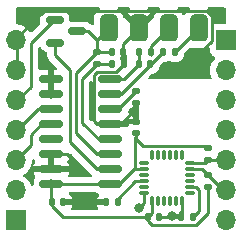
<source format=gbr>
%TF.GenerationSoftware,KiCad,Pcbnew,7.0.9*%
%TF.CreationDate,2023-12-20T22:05:47+01:00*%
%TF.ProjectId,powermeter,706f7765-726d-4657-9465-722e6b696361,rev?*%
%TF.SameCoordinates,Original*%
%TF.FileFunction,Copper,L1,Top*%
%TF.FilePolarity,Positive*%
%FSLAX46Y46*%
G04 Gerber Fmt 4.6, Leading zero omitted, Abs format (unit mm)*
G04 Created by KiCad (PCBNEW 7.0.9) date 2023-12-20 22:05:47*
%MOMM*%
%LPD*%
G01*
G04 APERTURE LIST*
G04 Aperture macros list*
%AMRoundRect*
0 Rectangle with rounded corners*
0 $1 Rounding radius*
0 $2 $3 $4 $5 $6 $7 $8 $9 X,Y pos of 4 corners*
0 Add a 4 corners polygon primitive as box body*
4,1,4,$2,$3,$4,$5,$6,$7,$8,$9,$2,$3,0*
0 Add four circle primitives for the rounded corners*
1,1,$1+$1,$2,$3*
1,1,$1+$1,$4,$5*
1,1,$1+$1,$6,$7*
1,1,$1+$1,$8,$9*
0 Add four rect primitives between the rounded corners*
20,1,$1+$1,$2,$3,$4,$5,0*
20,1,$1+$1,$4,$5,$6,$7,0*
20,1,$1+$1,$6,$7,$8,$9,0*
20,1,$1+$1,$8,$9,$2,$3,0*%
G04 Aperture macros list end*
%TA.AperFunction,SMDPad,CuDef*%
%ADD10RoundRect,0.135000X-0.135000X-0.185000X0.135000X-0.185000X0.135000X0.185000X-0.135000X0.185000X0*%
%TD*%
%TA.AperFunction,SMDPad,CuDef*%
%ADD11RoundRect,0.140000X0.170000X-0.140000X0.170000X0.140000X-0.170000X0.140000X-0.170000X-0.140000X0*%
%TD*%
%TA.AperFunction,SMDPad,CuDef*%
%ADD12RoundRect,0.135000X-0.185000X0.135000X-0.185000X-0.135000X0.185000X-0.135000X0.185000X0.135000X0*%
%TD*%
%TA.AperFunction,SMDPad,CuDef*%
%ADD13RoundRect,0.140000X-0.140000X-0.170000X0.140000X-0.170000X0.140000X0.170000X-0.140000X0.170000X0*%
%TD*%
%TA.AperFunction,SMDPad,CuDef*%
%ADD14RoundRect,0.140000X0.140000X0.170000X-0.140000X0.170000X-0.140000X-0.170000X0.140000X-0.170000X0*%
%TD*%
%TA.AperFunction,SMDPad,CuDef*%
%ADD15RoundRect,0.150000X-0.587500X-0.150000X0.587500X-0.150000X0.587500X0.150000X-0.587500X0.150000X0*%
%TD*%
%TA.AperFunction,ComponentPad*%
%ADD16R,1.700000X1.700000*%
%TD*%
%TA.AperFunction,ComponentPad*%
%ADD17O,1.700000X1.700000*%
%TD*%
%TA.AperFunction,SMDPad,CuDef*%
%ADD18RoundRect,0.381000X0.381000X-0.762000X0.381000X0.762000X-0.381000X0.762000X-0.381000X-0.762000X0*%
%TD*%
%TA.AperFunction,SMDPad,CuDef*%
%ADD19RoundRect,0.140000X-0.170000X0.140000X-0.170000X-0.140000X0.170000X-0.140000X0.170000X0.140000X0*%
%TD*%
%TA.AperFunction,SMDPad,CuDef*%
%ADD20RoundRect,0.135000X0.185000X-0.135000X0.185000X0.135000X-0.185000X0.135000X-0.185000X-0.135000X0*%
%TD*%
%TA.AperFunction,SMDPad,CuDef*%
%ADD21RoundRect,0.150000X0.850000X0.150000X-0.850000X0.150000X-0.850000X-0.150000X0.850000X-0.150000X0*%
%TD*%
%TA.AperFunction,SMDPad,CuDef*%
%ADD22RoundRect,0.075000X-0.075000X0.350000X-0.075000X-0.350000X0.075000X-0.350000X0.075000X0.350000X0*%
%TD*%
%TA.AperFunction,SMDPad,CuDef*%
%ADD23RoundRect,0.075000X-0.350000X-0.075000X0.350000X-0.075000X0.350000X0.075000X-0.350000X0.075000X0*%
%TD*%
%TA.AperFunction,ViaPad*%
%ADD24C,0.800000*%
%TD*%
%TA.AperFunction,Conductor*%
%ADD25C,0.250000*%
%TD*%
G04 APERTURE END LIST*
D10*
%TO.P,R6,1*%
%TO.N,Net-(U2-INA-)*%
X64262000Y-44704000D03*
%TO.P,R6,2*%
%TO.N,Net-(J1-Pin_4)*%
X65282000Y-44704000D03*
%TD*%
D11*
%TO.P,C7,1*%
%TO.N,+3.3V*%
X61976000Y-51521000D03*
%TO.P,C7,2*%
%TO.N,GND*%
X61976000Y-50561000D03*
%TD*%
D12*
%TO.P,R2,1*%
%TO.N,Net-(J1-Pin_1)*%
X58674000Y-44704000D03*
%TO.P,R2,2*%
%TO.N,Net-(U2-VFB)*%
X58674000Y-45724000D03*
%TD*%
D10*
%TO.P,R3,1*%
%TO.N,Net-(U2-VFB)*%
X59942000Y-45720000D03*
%TO.P,R3,2*%
%TO.N,GND*%
X60962000Y-45720000D03*
%TD*%
D13*
%TO.P,C8,1*%
%TO.N,+3.3V*%
X63020000Y-58674000D03*
%TO.P,C8,2*%
%TO.N,GND*%
X63980000Y-58674000D03*
%TD*%
D14*
%TO.P,C5,1*%
%TO.N,Net-(U3-CPOUT)*%
X66802000Y-58646000D03*
%TO.P,C5,2*%
%TO.N,GND*%
X65842000Y-58646000D03*
%TD*%
D15*
%TO.P,Q1,1,E*%
%TO.N,+3.3V*%
X55118000Y-41976000D03*
%TO.P,Q1,2,B*%
%TO.N,Net-(Q1-B)*%
X55118000Y-43876000D03*
%TO.P,Q1,3,C*%
%TO.N,Net-(J1-Pin_1)*%
X56993000Y-42926000D03*
%TD*%
D13*
%TO.P,C4,1*%
%TO.N,Net-(J1-Pin_1)*%
X59944000Y-44704000D03*
%TO.P,C4,2*%
%TO.N,GND*%
X60904000Y-44704000D03*
%TD*%
D12*
%TO.P,R4,1*%
%TO.N,+3.3V*%
X68072000Y-52832000D03*
%TO.P,R4,2*%
%TO.N,/SDA*%
X68072000Y-53852000D03*
%TD*%
D16*
%TO.P,J3,1,Pin_1*%
%TO.N,Net-(J3-Pin_1)*%
X51816000Y-58928000D03*
D17*
%TO.P,J3,2,Pin_2*%
%TO.N,Net-(J3-Pin_2)*%
X51816000Y-56388000D03*
%TO.P,J3,3,Pin_3*%
%TO.N,/HX_DATA*%
X51816000Y-53848000D03*
%TO.P,J3,4,Pin_4*%
%TO.N,/HX_CLK*%
X51816000Y-51308000D03*
%TO.P,J3,5,Pin_5*%
%TO.N,+3.3V*%
X51816000Y-48768000D03*
%TO.P,J3,6,Pin_6*%
%TO.N,GND*%
X51816000Y-46228000D03*
%TO.P,J3,7,Pin_7*%
X51816000Y-43688000D03*
%TD*%
D10*
%TO.P,R1,1*%
%TO.N,Net-(U2-INA+)*%
X62230000Y-44704000D03*
%TO.P,R1,2*%
%TO.N,Net-(J1-Pin_3)*%
X63250000Y-44704000D03*
%TD*%
D18*
%TO.P,J1,1,Pin_1*%
%TO.N,Net-(J1-Pin_1)*%
X59690000Y-42672000D03*
%TO.P,J1,2,Pin_2*%
%TO.N,GND*%
X62230000Y-42672000D03*
%TO.P,J1,3,Pin_3*%
%TO.N,Net-(J1-Pin_3)*%
X64770000Y-42672000D03*
%TO.P,J1,4,Pin_4*%
%TO.N,Net-(J1-Pin_4)*%
X67310000Y-42672000D03*
%TD*%
D13*
%TO.P,C3,1*%
%TO.N,+3.3V*%
X54864000Y-57404000D03*
%TO.P,C3,2*%
%TO.N,GND*%
X55824000Y-57404000D03*
%TD*%
D19*
%TO.P,C2,1*%
%TO.N,Net-(U2-VBG)*%
X61976000Y-48006000D03*
%TO.P,C2,2*%
%TO.N,GND*%
X61976000Y-48966000D03*
%TD*%
D20*
%TO.P,R5,1*%
%TO.N,+3.3V*%
X68072000Y-56134000D03*
%TO.P,R5,2*%
%TO.N,/SCL*%
X68072000Y-55114000D03*
%TD*%
D21*
%TO.P,U2,1,VSUP*%
%TO.N,+3.3V*%
X59827000Y-55880000D03*
%TO.P,U2,2,BASE*%
%TO.N,Net-(Q1-B)*%
X59827000Y-54610000D03*
%TO.P,U2,3,AVDD*%
%TO.N,Net-(J1-Pin_1)*%
X59827000Y-53340000D03*
%TO.P,U2,4,VFB*%
%TO.N,Net-(U2-VFB)*%
X59827000Y-52070000D03*
%TO.P,U2,5,AGND*%
%TO.N,GND*%
X59827000Y-50800000D03*
%TO.P,U2,6,VBG*%
%TO.N,Net-(U2-VBG)*%
X59827000Y-49530000D03*
%TO.P,U2,7,INA-*%
%TO.N,Net-(U2-INA-)*%
X59827000Y-48260000D03*
%TO.P,U2,8,INA+*%
%TO.N,Net-(U2-INA+)*%
X59827000Y-46990000D03*
%TO.P,U2,9,INB-*%
%TO.N,GND*%
X54827000Y-46990000D03*
%TO.P,U2,10,INB+*%
X54827000Y-48260000D03*
%TO.P,U2,11,PD_SCK*%
%TO.N,/HX_CLK*%
X54827000Y-49530000D03*
%TO.P,U2,12,DOUT*%
%TO.N,/HX_DATA*%
X54827000Y-50800000D03*
%TO.P,U2,13,XO*%
%TO.N,unconnected-(U2-XO-Pad13)*%
X54827000Y-52070000D03*
%TO.P,U2,14,XI*%
%TO.N,GND*%
X54827000Y-53340000D03*
%TO.P,U2,15,RATE*%
X54827000Y-54610000D03*
%TO.P,U2,16,DVDD*%
%TO.N,+3.3V*%
X54827000Y-55880000D03*
%TD*%
D14*
%TO.P,C6,1*%
%TO.N,Net-(U3-REGOUT)*%
X60452000Y-57404000D03*
%TO.P,C6,2*%
%TO.N,GND*%
X59492000Y-57404000D03*
%TD*%
D22*
%TO.P,U3,1,CLKIN*%
%TO.N,unconnected-(U3-CLKIN-Pad1)*%
X65848000Y-53410000D03*
%TO.P,U3,2,NC*%
%TO.N,unconnected-(U3-NC-Pad2)*%
X65348000Y-53410000D03*
%TO.P,U3,3,NC*%
%TO.N,unconnected-(U3-NC-Pad3)*%
X64848000Y-53410000D03*
%TO.P,U3,4,NC*%
%TO.N,unconnected-(U3-NC-Pad4)*%
X64348000Y-53410000D03*
%TO.P,U3,5,NC*%
%TO.N,unconnected-(U3-NC-Pad5)*%
X63848000Y-53410000D03*
%TO.P,U3,6,AUX_DA*%
%TO.N,unconnected-(U3-AUX_DA-Pad6)*%
X63348000Y-53410000D03*
D23*
%TO.P,U3,7,AUX_CL*%
%TO.N,unconnected-(U3-AUX_CL-Pad7)*%
X62648000Y-54110000D03*
%TO.P,U3,8,VLOGIC*%
%TO.N,+3.3V*%
X62648000Y-54610000D03*
%TO.P,U3,9,AD0*%
%TO.N,unconnected-(U3-AD0-Pad9)*%
X62648000Y-55110000D03*
%TO.P,U3,10,REGOUT*%
%TO.N,Net-(U3-REGOUT)*%
X62648000Y-55610000D03*
%TO.P,U3,11,FSYNC*%
%TO.N,unconnected-(U3-FSYNC-Pad11)*%
X62648000Y-56110000D03*
%TO.P,U3,12,INT*%
%TO.N,/MPU_INT*%
X62648000Y-56610000D03*
D22*
%TO.P,U3,13,VDD*%
%TO.N,+3.3V*%
X63348000Y-57310000D03*
%TO.P,U3,14,NC*%
%TO.N,unconnected-(U3-NC-Pad14)*%
X63848000Y-57310000D03*
%TO.P,U3,15,NC*%
%TO.N,unconnected-(U3-NC-Pad15)*%
X64348000Y-57310000D03*
%TO.P,U3,16,NC*%
%TO.N,unconnected-(U3-NC-Pad16)*%
X64848000Y-57310000D03*
%TO.P,U3,17,NC*%
%TO.N,unconnected-(U3-NC-Pad17)*%
X65348000Y-57310000D03*
%TO.P,U3,18,GND*%
%TO.N,GND*%
X65848000Y-57310000D03*
D23*
%TO.P,U3,19,RESV*%
%TO.N,unconnected-(U3-RESV-Pad19)*%
X66548000Y-56610000D03*
%TO.P,U3,20,CPOUT*%
%TO.N,Net-(U3-CPOUT)*%
X66548000Y-56110000D03*
%TO.P,U3,21,RESV*%
%TO.N,unconnected-(U3-RESV-Pad21)*%
X66548000Y-55610000D03*
%TO.P,U3,22,RESV*%
%TO.N,unconnected-(U3-RESV-Pad22)*%
X66548000Y-55110000D03*
%TO.P,U3,23,SCL*%
%TO.N,/SCL*%
X66548000Y-54610000D03*
%TO.P,U3,24,SDA*%
%TO.N,/SDA*%
X66548000Y-54110000D03*
%TD*%
D13*
%TO.P,C1,1*%
%TO.N,Net-(U2-INA+)*%
X62230000Y-45720000D03*
%TO.P,C1,2*%
%TO.N,Net-(U2-INA-)*%
X63190000Y-45720000D03*
%TD*%
D16*
%TO.P,J2,1,Pin_1*%
%TO.N,Net-(J2-Pin_1)*%
X69596000Y-43688000D03*
D17*
%TO.P,J2,2,Pin_2*%
%TO.N,Net-(J2-Pin_2)*%
X69596000Y-46228000D03*
%TO.P,J2,3,Pin_3*%
%TO.N,Net-(J2-Pin_3)*%
X69596000Y-48768000D03*
%TO.P,J2,4,Pin_4*%
%TO.N,Net-(J2-Pin_4)*%
X69596000Y-51308000D03*
%TO.P,J2,5,Pin_5*%
%TO.N,/SDA*%
X69596000Y-53848000D03*
%TO.P,J2,6,Pin_6*%
%TO.N,/SCL*%
X69596000Y-56388000D03*
%TO.P,J2,7,Pin_7*%
%TO.N,/MPU_INT*%
X69596000Y-58928000D03*
%TD*%
D24*
%TO.N,GND*%
X66548000Y-45212000D03*
X65024000Y-58584500D03*
X56896000Y-54610000D03*
X57658000Y-57404000D03*
X54827000Y-48260000D03*
X61722000Y-49728000D03*
%TO.N,+3.3V*%
X54827000Y-55880000D03*
%TO.N,/MPU_INT*%
X62230000Y-57912000D03*
%TD*%
D25*
%TO.N,GND*%
X60762000Y-41204000D02*
X67983434Y-41204000D01*
X67983434Y-41204000D02*
X68397000Y-41617566D01*
X68397000Y-41617566D02*
X68397000Y-43726434D01*
X68397000Y-43726434D02*
X66911434Y-45212000D01*
X66911434Y-45212000D02*
X66548000Y-45212000D01*
%TO.N,Net-(J1-Pin_4)*%
X65282000Y-44704000D02*
X65282000Y-44700000D01*
X65282000Y-44700000D02*
X67310000Y-42672000D01*
%TO.N,Net-(U2-INA-)*%
X63190000Y-45720000D02*
X63190000Y-45776000D01*
X63190000Y-45776000D02*
X60706000Y-48260000D01*
X60706000Y-48260000D02*
X59827000Y-48260000D01*
X64262000Y-44704000D02*
X63246000Y-45720000D01*
X63246000Y-45720000D02*
X63190000Y-45720000D01*
%TO.N,Net-(U2-INA+)*%
X62230000Y-45720000D02*
X60960000Y-46990000D01*
X60960000Y-46990000D02*
X59827000Y-46990000D01*
X62230000Y-44704000D02*
X62230000Y-45720000D01*
%TO.N,Net-(U2-VBG)*%
X61976000Y-48006000D02*
X61964510Y-48006000D01*
X61964510Y-48006000D02*
X60440510Y-49530000D01*
X60440510Y-49530000D02*
X59827000Y-49530000D01*
%TO.N,GND*%
X61976000Y-48966000D02*
X61976000Y-49474000D01*
X61976000Y-49474000D02*
X61722000Y-49728000D01*
X61722000Y-49728000D02*
X61722000Y-50012000D01*
X61722000Y-50012000D02*
X61976000Y-50266000D01*
%TO.N,+3.3V*%
X61898000Y-54532000D02*
X61898000Y-51894000D01*
X61898000Y-51894000D02*
X61976000Y-51816000D01*
X62566000Y-52660000D02*
X61976000Y-52070000D01*
X61976000Y-52070000D02*
X61976000Y-51816000D01*
%TO.N,GND*%
X61722000Y-49728000D02*
X60650000Y-50800000D01*
X60650000Y-50800000D02*
X59827000Y-50800000D01*
X63980000Y-58674000D02*
X64934500Y-58674000D01*
X65848000Y-58640000D02*
X65842000Y-58646000D01*
X54827000Y-46990000D02*
X54827000Y-48260000D01*
X60962000Y-45720000D02*
X60962000Y-44762000D01*
X60762000Y-41204000D02*
X54171604Y-41204000D01*
X65842000Y-58646000D02*
X65085500Y-58646000D01*
X65085500Y-58646000D02*
X65024000Y-58584500D01*
X60317000Y-46365000D02*
X58669396Y-46365000D01*
X58420000Y-50546000D02*
X58674000Y-50800000D01*
X51941000Y-43434604D02*
X51941000Y-43688000D01*
X56134000Y-53340000D02*
X54827000Y-53340000D01*
X56896000Y-54102000D02*
X56134000Y-53340000D01*
X60962000Y-45720000D02*
X60317000Y-46365000D01*
X54827000Y-54610000D02*
X56896000Y-54610000D01*
X60962000Y-44762000D02*
X60904000Y-44704000D01*
X58669396Y-46365000D02*
X58420000Y-46614396D01*
X54171604Y-41204000D02*
X51941000Y-43434604D01*
X59492000Y-57404000D02*
X57658000Y-57404000D01*
X58420000Y-46614396D02*
X58420000Y-50546000D01*
X65848000Y-57310000D02*
X65848000Y-58640000D01*
X56896000Y-54610000D02*
X56896000Y-54102000D01*
X58674000Y-50800000D02*
X59827000Y-50800000D01*
X64934500Y-58674000D02*
X65024000Y-58584500D01*
X55824000Y-57404000D02*
X57658000Y-57404000D01*
X60904000Y-44704000D02*
X60904000Y-43998000D01*
X60904000Y-43998000D02*
X62230000Y-42672000D01*
X62230000Y-42672000D02*
X60762000Y-41204000D01*
%TO.N,+3.3V*%
X61898000Y-54532000D02*
X61976000Y-54610000D01*
X59827000Y-55880000D02*
X60550000Y-55880000D01*
X55052000Y-41976000D02*
X53086000Y-43942000D01*
X53086000Y-47623000D02*
X51941000Y-48768000D01*
X68072000Y-58347490D02*
X68072000Y-56134000D01*
X63345001Y-59309000D02*
X67110490Y-59309000D01*
X67110490Y-59309000D02*
X68072000Y-58347490D01*
X55118000Y-41976000D02*
X55052000Y-41976000D01*
X61976000Y-54610000D02*
X62648000Y-54610000D01*
X55824001Y-58674000D02*
X63020000Y-58674000D01*
X54864000Y-57713999D02*
X55824001Y-58674000D01*
X57150000Y-55880000D02*
X54827000Y-55880000D01*
X60550000Y-55880000D02*
X61898000Y-54532000D01*
X54827000Y-55880000D02*
X54827000Y-57367000D01*
X63020000Y-58674000D02*
X63020000Y-58983999D01*
X63348000Y-58346000D02*
X63020000Y-58674000D01*
X67900000Y-52660000D02*
X62566000Y-52660000D01*
X63348000Y-57310000D02*
X63348000Y-58346000D01*
X63020000Y-58983999D02*
X63345001Y-59309000D01*
X53086000Y-43942000D02*
X53086000Y-47623000D01*
X54827000Y-57367000D02*
X54864000Y-57404000D01*
X54864000Y-57404000D02*
X54864000Y-57713999D01*
X59827000Y-55880000D02*
X57150000Y-55880000D01*
X68072000Y-52832000D02*
X67900000Y-52660000D01*
%TO.N,Net-(J1-Pin_1)*%
X56896000Y-46482000D02*
X58674000Y-44704000D01*
X59436000Y-42926000D02*
X59690000Y-42672000D01*
X58674000Y-43688000D02*
X59690000Y-42672000D01*
X58674000Y-44704000D02*
X58674000Y-43688000D01*
X58674000Y-44704000D02*
X59944000Y-44704000D01*
X58674000Y-53340000D02*
X56896000Y-51562000D01*
X59827000Y-53340000D02*
X58674000Y-53340000D01*
X56896000Y-51562000D02*
X56896000Y-46482000D01*
X56993000Y-42926000D02*
X57912000Y-42926000D01*
X57912000Y-42926000D02*
X58674000Y-43688000D01*
%TO.N,Net-(U3-CPOUT)*%
X67040764Y-56110000D02*
X66548000Y-56110000D01*
X66802000Y-58646000D02*
X67298000Y-58150000D01*
X67298000Y-56367236D02*
X67040764Y-56110000D01*
X67298000Y-58150000D02*
X67298000Y-56367236D01*
%TO.N,Net-(U3-REGOUT)*%
X61936001Y-55610000D02*
X62648000Y-55610000D01*
X60452000Y-57094001D02*
X61936001Y-55610000D01*
X60452000Y-57404000D02*
X60452000Y-57094001D01*
%TO.N,Net-(J1-Pin_3)*%
X63246000Y-44196000D02*
X63246000Y-44958000D01*
X64770000Y-42672000D02*
X63246000Y-44196000D01*
%TO.N,Net-(Q1-B)*%
X58674000Y-54610000D02*
X59827000Y-54610000D01*
X56388000Y-46228000D02*
X56388000Y-52324000D01*
X55118000Y-44958000D02*
X56388000Y-46228000D01*
X56388000Y-52324000D02*
X58674000Y-54610000D01*
X55118000Y-43876000D02*
X55118000Y-44958000D01*
%TO.N,Net-(U2-VFB)*%
X57404000Y-50646999D02*
X58827001Y-52070000D01*
X58674000Y-45724000D02*
X57404000Y-46994000D01*
X59938000Y-45724000D02*
X59942000Y-45720000D01*
X58674000Y-45724000D02*
X59938000Y-45724000D01*
X57404000Y-46994000D02*
X57404000Y-50646999D01*
X58827001Y-52070000D02*
X59827000Y-52070000D01*
%TO.N,/SCL*%
X68072000Y-55114000D02*
X69327195Y-56369195D01*
X66548000Y-54610000D02*
X67568000Y-54610000D01*
X69327195Y-56369195D02*
X69327853Y-56394876D01*
X67568000Y-54610000D02*
X68072000Y-55114000D01*
%TO.N,/SDA*%
X69258224Y-53852000D02*
X69262768Y-53856544D01*
X67814000Y-54110000D02*
X68072000Y-53852000D01*
X68072000Y-53852000D02*
X69258224Y-53852000D01*
X66548000Y-54110000D02*
X67814000Y-54110000D01*
%TO.N,/MPU_INT*%
X62648000Y-56610000D02*
X62648000Y-57494000D01*
X62648000Y-57494000D02*
X62230000Y-57912000D01*
%TO.N,/HX_CLK*%
X54827000Y-49530000D02*
X53719000Y-49530000D01*
X53719000Y-49530000D02*
X51941000Y-51308000D01*
%TO.N,/HX_DATA*%
X53086000Y-52578000D02*
X51941000Y-53723000D01*
X53985701Y-50800000D02*
X53086000Y-51699701D01*
X53086000Y-51699701D02*
X53086000Y-52578000D01*
X54827000Y-50800000D02*
X53985701Y-50800000D01*
X51941000Y-53723000D02*
X51941000Y-53848000D01*
%TD*%
%TA.AperFunction,Conductor*%
%TO.N,GND*%
G36*
X66056718Y-58012163D02*
G01*
X66089471Y-58073881D01*
X66092000Y-58098795D01*
X66092000Y-58147645D01*
X66074734Y-58210763D01*
X66069507Y-58219600D01*
X66069504Y-58219608D01*
X66024357Y-58375002D01*
X66024356Y-58375008D01*
X66021500Y-58411308D01*
X66021500Y-58559500D01*
X66001815Y-58626539D01*
X65949011Y-58672294D01*
X65897500Y-58683500D01*
X64883999Y-58683500D01*
X64816960Y-58663815D01*
X64771205Y-58611011D01*
X64759999Y-58559500D01*
X64759999Y-58439363D01*
X64757144Y-58403084D01*
X64754533Y-58394095D01*
X64754732Y-58324226D01*
X64792674Y-58265556D01*
X64856312Y-58236712D01*
X64873609Y-58235500D01*
X64941698Y-58235500D01*
X65008737Y-58255185D01*
X65054492Y-58307989D01*
X65065316Y-58369228D01*
X65063209Y-58395999D01*
X65063210Y-58396000D01*
X65592000Y-58396000D01*
X65592000Y-58295768D01*
X65611685Y-58228729D01*
X65664489Y-58182974D01*
X65668536Y-58181212D01*
X65713233Y-58162698D01*
X65833451Y-58070451D01*
X65869625Y-58023308D01*
X65926052Y-57982106D01*
X65995798Y-57977951D01*
X66056718Y-58012163D01*
G37*
%TD.AperFunction*%
%TA.AperFunction,Conductor*%
G36*
X58548230Y-56525185D02*
G01*
X58568872Y-56541819D01*
X58575129Y-56548076D01*
X58575133Y-56548079D01*
X58575135Y-56548081D01*
X58716602Y-56631744D01*
X58774911Y-56648684D01*
X58833795Y-56686289D01*
X58863002Y-56749761D01*
X58853257Y-56818948D01*
X58845658Y-56831555D01*
X58846252Y-56831907D01*
X58759968Y-56977804D01*
X58759966Y-56977809D01*
X58714855Y-57133081D01*
X58714854Y-57133087D01*
X58713209Y-57153999D01*
X58713210Y-57154000D01*
X59547500Y-57154000D01*
X59614539Y-57173685D01*
X59660294Y-57226489D01*
X59671500Y-57278000D01*
X59671500Y-57530000D01*
X59651815Y-57597039D01*
X59599011Y-57642794D01*
X59547500Y-57654000D01*
X58713210Y-57654000D01*
X58714854Y-57674910D01*
X58759968Y-57830194D01*
X58778411Y-57861380D01*
X58795593Y-57929104D01*
X58773433Y-57995366D01*
X58718966Y-58039129D01*
X58671678Y-58048500D01*
X56644322Y-58048500D01*
X56577283Y-58028815D01*
X56531528Y-57976011D01*
X56521584Y-57906853D01*
X56537589Y-57861380D01*
X56556032Y-57830193D01*
X56556033Y-57830190D01*
X56601144Y-57674918D01*
X56601145Y-57674912D01*
X56602790Y-57654000D01*
X55768500Y-57654000D01*
X55701461Y-57634315D01*
X55655706Y-57581511D01*
X55644500Y-57530000D01*
X55644500Y-57278000D01*
X55664185Y-57210961D01*
X55716989Y-57165206D01*
X55768500Y-57154000D01*
X56602790Y-57154000D01*
X56601145Y-57133089D01*
X56556031Y-56977804D01*
X56473721Y-56838625D01*
X56473714Y-56838616D01*
X56353862Y-56718764D01*
X56355805Y-56716820D01*
X56322597Y-56670842D01*
X56318804Y-56601076D01*
X56353332Y-56540333D01*
X56415218Y-56507901D01*
X56439502Y-56505500D01*
X57070981Y-56505500D01*
X58481191Y-56505500D01*
X58548230Y-56525185D01*
G37*
%TD.AperFunction*%
%TA.AperFunction,Conductor*%
G36*
X55020039Y-53109685D02*
G01*
X55065794Y-53162489D01*
X55077000Y-53214000D01*
X55077000Y-54360000D01*
X56324295Y-54360000D01*
X56324295Y-54359998D01*
X56324100Y-54357513D01*
X56278281Y-54199801D01*
X56194685Y-54058447D01*
X56189900Y-54052278D01*
X56192252Y-54050453D01*
X56165445Y-54001405D01*
X56170402Y-53931712D01*
X56191465Y-53898936D01*
X56189900Y-53897722D01*
X56194685Y-53891552D01*
X56278282Y-53750196D01*
X56278283Y-53750193D01*
X56324099Y-53592495D01*
X56324100Y-53592489D01*
X56327000Y-53555644D01*
X56327000Y-53446952D01*
X56346685Y-53379913D01*
X56399489Y-53334158D01*
X56468647Y-53324214D01*
X56532203Y-53353239D01*
X56538677Y-53359267D01*
X57368452Y-54189043D01*
X58173197Y-54993788D01*
X58183022Y-55006051D01*
X58183243Y-55005869D01*
X58188210Y-55011874D01*
X58218276Y-55040107D01*
X58253671Y-55100348D01*
X58250879Y-55170162D01*
X58210786Y-55227383D01*
X58146121Y-55253845D01*
X58133393Y-55254500D01*
X56357111Y-55254500D01*
X56290072Y-55234815D01*
X56244317Y-55182011D01*
X56234373Y-55112853D01*
X56250379Y-55067379D01*
X56278281Y-55020198D01*
X56324100Y-54862486D01*
X56324295Y-54860001D01*
X56324295Y-54860000D01*
X53329705Y-54860000D01*
X53329704Y-54860001D01*
X53329899Y-54862486D01*
X53375718Y-55020198D01*
X53459314Y-55161552D01*
X53464100Y-55167722D01*
X53461640Y-55169629D01*
X53488210Y-55218288D01*
X53483226Y-55287980D01*
X53462162Y-55320781D01*
X53463699Y-55321974D01*
X53458915Y-55328140D01*
X53375255Y-55469603D01*
X53375254Y-55469606D01*
X53329402Y-55627426D01*
X53329401Y-55627432D01*
X53326500Y-55664304D01*
X53326500Y-55872393D01*
X53306815Y-55939432D01*
X53254011Y-55985187D01*
X53184853Y-55995131D01*
X53121297Y-55966106D01*
X53090118Y-55924798D01*
X52990035Y-55710171D01*
X52990034Y-55710169D01*
X52854494Y-55516597D01*
X52687402Y-55349506D01*
X52687396Y-55349501D01*
X52501842Y-55219575D01*
X52458217Y-55164998D01*
X52451023Y-55095500D01*
X52482546Y-55033145D01*
X52501842Y-55016425D01*
X52554576Y-54979500D01*
X52687401Y-54886495D01*
X52854495Y-54719401D01*
X52990035Y-54525830D01*
X53089903Y-54311663D01*
X53089903Y-54311662D01*
X53092191Y-54306756D01*
X53093797Y-54307505D01*
X53130514Y-54257636D01*
X53178071Y-54239465D01*
X53148933Y-54207162D01*
X53137614Y-54138216D01*
X53140902Y-54121328D01*
X53151063Y-54083408D01*
X53171659Y-53848000D01*
X53171658Y-53847998D01*
X53171749Y-53846968D01*
X53197201Y-53781899D01*
X53253792Y-53740920D01*
X53323554Y-53737042D01*
X53384338Y-53771496D01*
X53402009Y-53794654D01*
X53459314Y-53891552D01*
X53464100Y-53897722D01*
X53461753Y-53899542D01*
X53488564Y-53948642D01*
X53483580Y-54018334D01*
X53462541Y-54051069D01*
X53464100Y-54052278D01*
X53459314Y-54058447D01*
X53375715Y-54199806D01*
X53374477Y-54202668D01*
X53372909Y-54204552D01*
X53371747Y-54206517D01*
X53371429Y-54206329D01*
X53329783Y-54256373D01*
X53287299Y-54269771D01*
X53313968Y-54296019D01*
X53328002Y-54358158D01*
X53329705Y-54360000D01*
X54577000Y-54360000D01*
X54577000Y-53214000D01*
X54596685Y-53146961D01*
X54649489Y-53101206D01*
X54701000Y-53090000D01*
X54953000Y-53090000D01*
X55020039Y-53109685D01*
G37*
%TD.AperFunction*%
%TA.AperFunction,Conductor*%
G36*
X62145334Y-48812280D02*
G01*
X62201267Y-48854152D01*
X62225684Y-48919616D01*
X62226000Y-48928462D01*
X62226000Y-50616500D01*
X62206315Y-50683539D01*
X62153511Y-50729294D01*
X62102000Y-50740500D01*
X61741308Y-50740500D01*
X61705008Y-50743356D01*
X61705002Y-50743357D01*
X61549610Y-50788503D01*
X61549605Y-50788506D01*
X61540766Y-50793732D01*
X61477648Y-50811000D01*
X61367000Y-50811000D01*
X61367000Y-50862833D01*
X61347315Y-50929872D01*
X61330681Y-50950514D01*
X61295887Y-50985307D01*
X61295880Y-50985316D01*
X61293632Y-50989119D01*
X61242564Y-51036803D01*
X61186899Y-51050000D01*
X59701000Y-51050000D01*
X59633961Y-51030315D01*
X59588206Y-50977511D01*
X59577000Y-50926000D01*
X59577000Y-50674000D01*
X59596685Y-50606961D01*
X59649489Y-50561206D01*
X59701000Y-50550000D01*
X61126000Y-50550000D01*
X61126000Y-50435000D01*
X61145685Y-50367961D01*
X61198489Y-50322206D01*
X61250000Y-50311000D01*
X61726000Y-50311000D01*
X61726000Y-49180462D01*
X61745685Y-49113423D01*
X61762316Y-49092784D01*
X62014321Y-48840779D01*
X62075642Y-48807296D01*
X62145334Y-48812280D01*
G37*
%TD.AperFunction*%
%TA.AperFunction,Conductor*%
G36*
X58249106Y-47135995D02*
G01*
X58305040Y-47177866D01*
X58327163Y-47236533D01*
X58328263Y-47236333D01*
X58329366Y-47242375D01*
X58329391Y-47242440D01*
X58329400Y-47242560D01*
X58329402Y-47242573D01*
X58375254Y-47400393D01*
X58375255Y-47400396D01*
X58375256Y-47400398D01*
X58412681Y-47463681D01*
X58458917Y-47541862D01*
X58463702Y-47548031D01*
X58461256Y-47549927D01*
X58487857Y-47598642D01*
X58482873Y-47668334D01*
X58462069Y-47700703D01*
X58463702Y-47701969D01*
X58458917Y-47708137D01*
X58375255Y-47849603D01*
X58375254Y-47849606D01*
X58329402Y-48007426D01*
X58329401Y-48007432D01*
X58326500Y-48044304D01*
X58326500Y-48475696D01*
X58329401Y-48512567D01*
X58329402Y-48512573D01*
X58375254Y-48670393D01*
X58375255Y-48670396D01*
X58458917Y-48811862D01*
X58463702Y-48818031D01*
X58461256Y-48819927D01*
X58487857Y-48868642D01*
X58482873Y-48938334D01*
X58462069Y-48970703D01*
X58463702Y-48971969D01*
X58458917Y-48978137D01*
X58375255Y-49119603D01*
X58375254Y-49119606D01*
X58329402Y-49277426D01*
X58329401Y-49277432D01*
X58326500Y-49314304D01*
X58326500Y-49745696D01*
X58329401Y-49782567D01*
X58329402Y-49782573D01*
X58375254Y-49940393D01*
X58375255Y-49940396D01*
X58458917Y-50081862D01*
X58463702Y-50088031D01*
X58461369Y-50089840D01*
X58488210Y-50138995D01*
X58483226Y-50208687D01*
X58462470Y-50241021D01*
X58464097Y-50242283D01*
X58459313Y-50248449D01*
X58375717Y-50389803D01*
X58375716Y-50389806D01*
X58356699Y-50455264D01*
X58319093Y-50514150D01*
X58255621Y-50543356D01*
X58186434Y-50533610D01*
X58149942Y-50508350D01*
X58065819Y-50424227D01*
X58032334Y-50362904D01*
X58029500Y-50336546D01*
X58029500Y-47304452D01*
X58049185Y-47237413D01*
X58065818Y-47216772D01*
X58076896Y-47205694D01*
X58118094Y-47164495D01*
X58179415Y-47131011D01*
X58249106Y-47135995D01*
G37*
%TD.AperFunction*%
%TA.AperFunction,Conductor*%
G36*
X53916703Y-44278592D02*
G01*
X53942230Y-44309182D01*
X53979561Y-44372305D01*
X54012417Y-44427862D01*
X54012423Y-44427870D01*
X54128629Y-44544076D01*
X54128633Y-44544079D01*
X54128635Y-44544081D01*
X54270102Y-44627744D01*
X54403097Y-44666383D01*
X54461980Y-44703988D01*
X54491187Y-44767460D01*
X54492500Y-44785458D01*
X54492500Y-44875255D01*
X54490775Y-44890872D01*
X54491061Y-44890899D01*
X54490326Y-44898665D01*
X54492500Y-44967814D01*
X54492500Y-44997343D01*
X54492501Y-44997360D01*
X54493368Y-45004231D01*
X54493826Y-45010050D01*
X54495290Y-45056624D01*
X54495291Y-45056627D01*
X54500880Y-45075867D01*
X54504824Y-45094911D01*
X54507336Y-45114792D01*
X54518658Y-45143388D01*
X54524490Y-45158119D01*
X54526382Y-45163647D01*
X54539381Y-45208388D01*
X54549580Y-45225634D01*
X54558138Y-45243103D01*
X54565514Y-45261732D01*
X54592898Y-45299423D01*
X54596106Y-45304307D01*
X54619827Y-45344416D01*
X54619833Y-45344424D01*
X54633990Y-45358580D01*
X54646627Y-45373375D01*
X54658406Y-45389587D01*
X54665112Y-45395135D01*
X54694309Y-45419288D01*
X54698620Y-45423210D01*
X54999819Y-45724409D01*
X55253729Y-45978319D01*
X55287214Y-46039642D01*
X55282230Y-46109334D01*
X55240358Y-46165267D01*
X55174894Y-46189684D01*
X55166048Y-46190000D01*
X55077000Y-46190000D01*
X55077000Y-48386000D01*
X55057315Y-48453039D01*
X55004511Y-48498794D01*
X54953000Y-48510000D01*
X54701000Y-48510000D01*
X54633961Y-48490315D01*
X54588206Y-48437511D01*
X54577000Y-48386000D01*
X54577000Y-46190000D01*
X53911356Y-46190000D01*
X53874510Y-46192899D01*
X53874500Y-46192901D01*
X53870085Y-46194184D01*
X53800216Y-46193979D01*
X53741549Y-46156032D01*
X53712711Y-46092391D01*
X53711500Y-46075105D01*
X53711500Y-44372305D01*
X53731185Y-44305266D01*
X53783989Y-44259511D01*
X53853147Y-44249567D01*
X53916703Y-44278592D01*
G37*
%TD.AperFunction*%
%TA.AperFunction,Conductor*%
G36*
X68199662Y-44246597D02*
G01*
X68239298Y-44304136D01*
X68245500Y-44342860D01*
X68245500Y-44585869D01*
X68245501Y-44585876D01*
X68251908Y-44645483D01*
X68302202Y-44780328D01*
X68302206Y-44780335D01*
X68388452Y-44895544D01*
X68388455Y-44895547D01*
X68503664Y-44981793D01*
X68503671Y-44981797D01*
X68635081Y-45030810D01*
X68691015Y-45072681D01*
X68715432Y-45138145D01*
X68700580Y-45206418D01*
X68679430Y-45234673D01*
X68557503Y-45356600D01*
X68421965Y-45550169D01*
X68421964Y-45550171D01*
X68322098Y-45764335D01*
X68322094Y-45764344D01*
X68260938Y-45992586D01*
X68260936Y-45992596D01*
X68240341Y-46227999D01*
X68240341Y-46228000D01*
X68260936Y-46463403D01*
X68260938Y-46463413D01*
X68322094Y-46691655D01*
X68322096Y-46691659D01*
X68322097Y-46691663D01*
X68365293Y-46784297D01*
X68378722Y-46813095D01*
X68389214Y-46882173D01*
X68360694Y-46945957D01*
X68302218Y-46984196D01*
X68266340Y-46989500D01*
X63160453Y-46989500D01*
X63093414Y-46969815D01*
X63047659Y-46917011D01*
X63037715Y-46847853D01*
X63066740Y-46784297D01*
X63072772Y-46777819D01*
X63283772Y-46566819D01*
X63345095Y-46533334D01*
X63371453Y-46530500D01*
X63394692Y-46530500D01*
X63412841Y-46529071D01*
X63430993Y-46527643D01*
X63430995Y-46527642D01*
X63430997Y-46527642D01*
X63471975Y-46515736D01*
X63586395Y-46482494D01*
X63725687Y-46400117D01*
X63840117Y-46285687D01*
X63922494Y-46146395D01*
X63967177Y-45992596D01*
X63967642Y-45990997D01*
X63967643Y-45990991D01*
X63970500Y-45954692D01*
X63970500Y-45931452D01*
X63990185Y-45864413D01*
X64006819Y-45843771D01*
X64289772Y-45560818D01*
X64351095Y-45527333D01*
X64377453Y-45524499D01*
X64461180Y-45524499D01*
X64497204Y-45521665D01*
X64651393Y-45476869D01*
X64708882Y-45442869D01*
X64776602Y-45425688D01*
X64835117Y-45442869D01*
X64892607Y-45476869D01*
X64892610Y-45476869D01*
X64892612Y-45476871D01*
X65046791Y-45521664D01*
X65046794Y-45521664D01*
X65046796Y-45521665D01*
X65058803Y-45522610D01*
X65082817Y-45524500D01*
X65082818Y-45524499D01*
X65082819Y-45524500D01*
X65348393Y-45524499D01*
X65481181Y-45524499D01*
X65484015Y-45524275D01*
X65517204Y-45521665D01*
X65671393Y-45476869D01*
X65809598Y-45395135D01*
X65923135Y-45281598D01*
X66004869Y-45143393D01*
X66045299Y-45004231D01*
X66049664Y-44989208D01*
X66049665Y-44989202D01*
X66052500Y-44953184D01*
X66052500Y-44938690D01*
X66052499Y-44865450D01*
X66072183Y-44798413D01*
X66088813Y-44777775D01*
X66555280Y-44311308D01*
X66616602Y-44277825D01*
X66672885Y-44278656D01*
X66761630Y-44300727D01*
X66809287Y-44312579D01*
X66809288Y-44312579D01*
X66809296Y-44312581D01*
X66850338Y-44315364D01*
X66852342Y-44315500D01*
X66852342Y-44315499D01*
X66852343Y-44315500D01*
X67767656Y-44315499D01*
X67767657Y-44315499D01*
X67780830Y-44314606D01*
X67810704Y-44312581D01*
X67996775Y-44266307D01*
X68066407Y-44231772D01*
X68135209Y-44219621D01*
X68199662Y-44246597D01*
G37*
%TD.AperFunction*%
%TA.AperFunction,Conductor*%
G36*
X61097039Y-44473685D02*
G01*
X61142794Y-44526489D01*
X61154000Y-44578000D01*
X61154000Y-44860000D01*
X61175681Y-44881681D01*
X61209166Y-44943004D01*
X61212000Y-44969362D01*
X61212000Y-45802046D01*
X61192315Y-45869085D01*
X61175681Y-45889727D01*
X61131727Y-45933681D01*
X61070404Y-45967166D01*
X61044046Y-45970000D01*
X60836500Y-45970000D01*
X60769461Y-45950315D01*
X60723706Y-45897511D01*
X60712500Y-45846000D01*
X60712499Y-45470819D01*
X60712256Y-45467742D01*
X60709665Y-45434796D01*
X60664869Y-45280607D01*
X60664868Y-45280606D01*
X60664868Y-45280604D01*
X60664196Y-45279050D01*
X60663647Y-45276402D01*
X60662693Y-45273116D01*
X60662951Y-45273040D01*
X60654000Y-45229810D01*
X60654000Y-45202352D01*
X60671267Y-45139233D01*
X60676494Y-45130395D01*
X60681028Y-45114791D01*
X60721642Y-44974997D01*
X60721643Y-44974991D01*
X60724500Y-44938692D01*
X60724500Y-44578000D01*
X60744185Y-44510961D01*
X60796989Y-44465206D01*
X60848500Y-44454000D01*
X61030000Y-44454000D01*
X61097039Y-44473685D01*
G37*
%TD.AperFunction*%
%TA.AperFunction,Conductor*%
G36*
X52066000Y-45792498D02*
G01*
X51958315Y-45743320D01*
X51851763Y-45728000D01*
X51816500Y-45728000D01*
X51816500Y-44188000D01*
X51851763Y-44188000D01*
X51958315Y-44172680D01*
X52066000Y-44123501D01*
X52066000Y-45792498D01*
G37*
%TD.AperFunction*%
%TA.AperFunction,Conductor*%
G36*
X58910532Y-40914185D02*
G01*
X58956287Y-40966989D01*
X58966231Y-41036147D01*
X58937206Y-41099703D01*
X58898588Y-41129588D01*
X58831453Y-41162883D01*
X58682010Y-41283009D01*
X58682009Y-41283010D01*
X58561883Y-41432453D01*
X58561881Y-41432456D01*
X58476694Y-41604221D01*
X58430419Y-41790291D01*
X58427500Y-41833342D01*
X58427500Y-42281130D01*
X58407815Y-42348169D01*
X58355011Y-42393924D01*
X58285853Y-42403868D01*
X58241073Y-42384889D01*
X58239649Y-42387297D01*
X58232933Y-42383325D01*
X58190168Y-42364818D01*
X58184922Y-42362248D01*
X58144093Y-42339803D01*
X58144092Y-42339802D01*
X58124693Y-42334822D01*
X58106281Y-42328518D01*
X58087898Y-42320562D01*
X58087896Y-42320561D01*
X58076725Y-42318792D01*
X58013591Y-42288859D01*
X58008447Y-42284000D01*
X57982370Y-42257923D01*
X57982362Y-42257917D01*
X57840896Y-42174255D01*
X57840893Y-42174254D01*
X57683073Y-42128402D01*
X57683067Y-42128401D01*
X57646196Y-42125500D01*
X57646194Y-42125500D01*
X56480000Y-42125500D01*
X56412961Y-42105815D01*
X56367206Y-42053011D01*
X56356000Y-42001500D01*
X56356000Y-41760304D01*
X56353098Y-41723432D01*
X56353097Y-41723426D01*
X56307245Y-41565606D01*
X56307244Y-41565603D01*
X56307244Y-41565602D01*
X56223581Y-41424135D01*
X56223579Y-41424133D01*
X56223576Y-41424129D01*
X56107370Y-41307923D01*
X56107362Y-41307917D01*
X55965896Y-41224255D01*
X55965893Y-41224254D01*
X55808073Y-41178402D01*
X55808067Y-41178401D01*
X55771196Y-41175500D01*
X55771194Y-41175500D01*
X54464806Y-41175500D01*
X54464804Y-41175500D01*
X54427932Y-41178401D01*
X54427926Y-41178402D01*
X54270106Y-41224254D01*
X54270103Y-41224255D01*
X54128637Y-41307917D01*
X54128629Y-41307923D01*
X54012423Y-41424129D01*
X54012417Y-41424137D01*
X53928755Y-41565603D01*
X53928754Y-41565606D01*
X53882902Y-41723426D01*
X53882901Y-41723432D01*
X53880000Y-41760304D01*
X53880000Y-42191697D01*
X53880747Y-42201191D01*
X53866381Y-42269568D01*
X53844810Y-42298598D01*
X53153146Y-42990262D01*
X53091823Y-43023747D01*
X53022131Y-43018763D01*
X52966198Y-42976891D01*
X52963890Y-42973704D01*
X52854113Y-42816926D01*
X52854108Y-42816920D01*
X52687082Y-42649894D01*
X52493578Y-42514399D01*
X52279492Y-42414570D01*
X52279483Y-42414566D01*
X52051326Y-42353432D01*
X52051316Y-42353430D01*
X51929692Y-42342789D01*
X51864623Y-42317336D01*
X51823645Y-42260745D01*
X51816500Y-42219261D01*
X51816500Y-41018500D01*
X51836185Y-40951461D01*
X51888989Y-40905706D01*
X51940500Y-40894500D01*
X58843493Y-40894500D01*
X58910532Y-40914185D01*
G37*
%TD.AperFunction*%
%TA.AperFunction,Conductor*%
G36*
X61451658Y-40914185D02*
G01*
X61497413Y-40966989D01*
X61507357Y-41036147D01*
X61478332Y-41099703D01*
X61439714Y-41129588D01*
X61371724Y-41163307D01*
X61222369Y-41283362D01*
X61222363Y-41283368D01*
X61210133Y-41298581D01*
X62230000Y-42318447D01*
X62230001Y-42318447D01*
X63249865Y-41298580D01*
X63237632Y-41283363D01*
X63088275Y-41163307D01*
X63020286Y-41129588D01*
X62968974Y-41082167D01*
X62951445Y-41014532D01*
X62973264Y-40948157D01*
X63027505Y-40904115D01*
X63075381Y-40894500D01*
X63923493Y-40894500D01*
X63990532Y-40914185D01*
X64036287Y-40966989D01*
X64046231Y-41036147D01*
X64017206Y-41099703D01*
X63978588Y-41129588D01*
X63911453Y-41162883D01*
X63762010Y-41283009D01*
X63762009Y-41283010D01*
X63641883Y-41432453D01*
X63641881Y-41432456D01*
X63556694Y-41604221D01*
X63556691Y-41604228D01*
X63533676Y-41696773D01*
X63501023Y-41754527D01*
X62317680Y-42937871D01*
X62256357Y-42971356D01*
X62186665Y-42966372D01*
X62142318Y-42937871D01*
X60958976Y-41754529D01*
X60926323Y-41696775D01*
X60903307Y-41604225D01*
X60848912Y-41494547D01*
X60818118Y-41432456D01*
X60818116Y-41432453D01*
X60697990Y-41283010D01*
X60697989Y-41283009D01*
X60548546Y-41162883D01*
X60481412Y-41129588D01*
X60430100Y-41082167D01*
X60412571Y-41014532D01*
X60434390Y-40948157D01*
X60488631Y-40904115D01*
X60536507Y-40894500D01*
X61384619Y-40894500D01*
X61451658Y-40914185D01*
G37*
%TD.AperFunction*%
%TA.AperFunction,Conductor*%
G36*
X69538539Y-40914185D02*
G01*
X69584294Y-40966989D01*
X69595500Y-41018500D01*
X69595500Y-42213500D01*
X69575815Y-42280539D01*
X69523011Y-42326294D01*
X69471500Y-42337500D01*
X68696499Y-42337500D01*
X68629460Y-42317815D01*
X68583705Y-42265011D01*
X68572499Y-42213500D01*
X68572499Y-41833343D01*
X68569581Y-41790298D01*
X68569581Y-41790297D01*
X68569580Y-41790291D01*
X68523307Y-41604225D01*
X68468912Y-41494547D01*
X68438118Y-41432456D01*
X68438116Y-41432453D01*
X68317990Y-41283010D01*
X68317989Y-41283009D01*
X68168546Y-41162883D01*
X68101412Y-41129588D01*
X68050100Y-41082167D01*
X68032571Y-41014532D01*
X68054390Y-40948157D01*
X68108631Y-40904115D01*
X68156507Y-40894500D01*
X69471500Y-40894500D01*
X69538539Y-40914185D01*
G37*
%TD.AperFunction*%
%TA.AperFunction,Conductor*%
G36*
X66530532Y-40914185D02*
G01*
X66576287Y-40966989D01*
X66586231Y-41036147D01*
X66557206Y-41099703D01*
X66518588Y-41129588D01*
X66451453Y-41162883D01*
X66302010Y-41283009D01*
X66302009Y-41283010D01*
X66181883Y-41432453D01*
X66151088Y-41494547D01*
X66103667Y-41545859D01*
X66036032Y-41563388D01*
X65969657Y-41541569D01*
X65928912Y-41494547D01*
X65898116Y-41432453D01*
X65777990Y-41283010D01*
X65777989Y-41283009D01*
X65628546Y-41162883D01*
X65561412Y-41129588D01*
X65510100Y-41082167D01*
X65492571Y-41014532D01*
X65514390Y-40948157D01*
X65568631Y-40904115D01*
X65616507Y-40894500D01*
X66463493Y-40894500D01*
X66530532Y-40914185D01*
G37*
%TD.AperFunction*%
%TD*%
M02*

</source>
